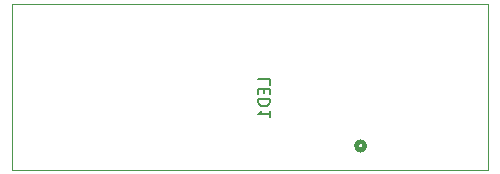
<source format=gbr>
G04 #@! TF.FileFunction,Other,Fab,Bot*
%FSLAX46Y46*%
G04 Gerber Fmt 4.6, Leading zero omitted, Abs format (unit mm)*
G04 Created by KiCad (PCBNEW 4.0.1-3.201512221402+6198~38~ubuntu14.04.1-stable) date Wed 17 Aug 2016 03:48:48 PM PDT*
%MOMM*%
G01*
G04 APERTURE LIST*
%ADD10C,0.100000*%
%ADD11C,0.400000*%
%ADD12C,0.050000*%
%ADD13C,0.150000*%
G04 APERTURE END LIST*
D10*
D11*
X143615210Y-88392000D02*
G75*
G03X143615210Y-88392000I-359210J0D01*
G01*
D12*
X154006000Y-76392000D02*
X113756000Y-76392000D01*
X113756000Y-90392000D02*
X113756000Y-76392000D01*
X154006000Y-90392000D02*
X113756000Y-90392000D01*
X154006000Y-90392000D02*
X154006000Y-76392000D01*
D13*
X135580381Y-83208953D02*
X135580381Y-82732762D01*
X134580381Y-82732762D01*
X135056571Y-83542286D02*
X135056571Y-83875620D01*
X135580381Y-84018477D02*
X135580381Y-83542286D01*
X134580381Y-83542286D01*
X134580381Y-84018477D01*
X135580381Y-84447048D02*
X134580381Y-84447048D01*
X134580381Y-84685143D01*
X134628000Y-84828001D01*
X134723238Y-84923239D01*
X134818476Y-84970858D01*
X135008952Y-85018477D01*
X135151810Y-85018477D01*
X135342286Y-84970858D01*
X135437524Y-84923239D01*
X135532762Y-84828001D01*
X135580381Y-84685143D01*
X135580381Y-84447048D01*
X135580381Y-85970858D02*
X135580381Y-85399429D01*
X135580381Y-85685143D02*
X134580381Y-85685143D01*
X134723238Y-85589905D01*
X134818476Y-85494667D01*
X134866095Y-85399429D01*
M02*

</source>
